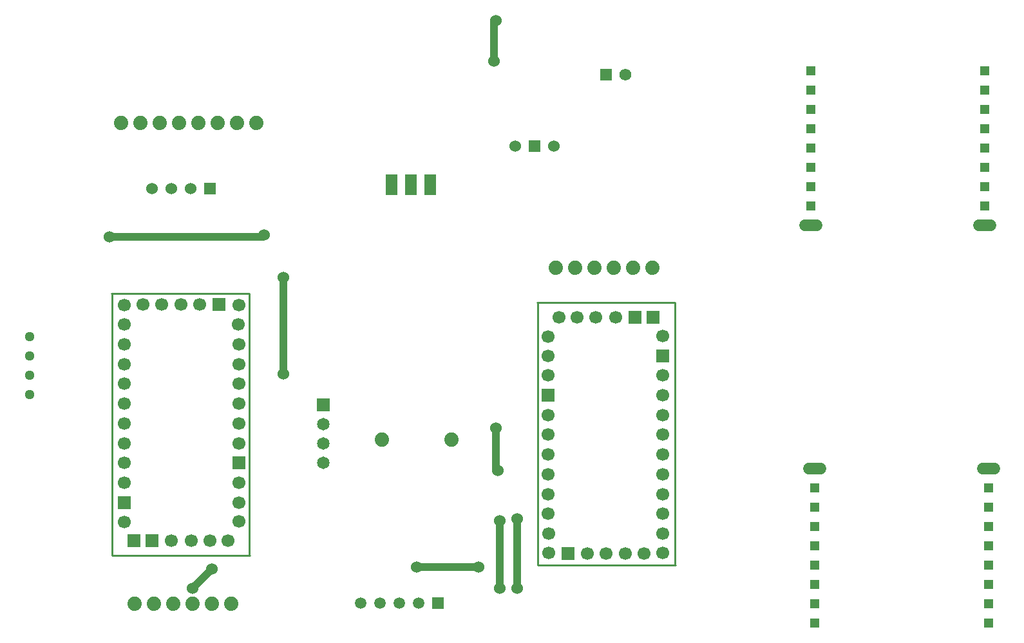
<source format=gtl>
G04 ---------------------------- Layer name :TOP LAYER*
G04 EasyEDA v5.5.12, Wed, 13 Jun 2018 18:03:35 GMT*
G04 4f5264131ad04cbc883cc3dc534661a7*
G04 Gerber Generator version 0.2*
G04 Scale: 100 percent, Rotated: No, Reflected: No *
G04 Dimensions in millimeters *
G04 leading zeros omitted , absolute positions ,3 integer and 3 decimal *
%FSLAX33Y33*%
%MOMM*%
G90*
G71D02*

%ADD10C,0.254000*%
%ADD11C,0.999998*%
%ADD12C,1.524000*%
%ADD13C,1.699997*%
%ADD14R,1.699997X1.699997*%
%ADD15C,1.879600*%
%ADD16C,1.498600*%
%ADD17R,1.498600X1.498600*%
%ADD18R,1.524000X1.524000*%
%ADD19R,1.651000X1.651000*%
%ADD20C,1.651000*%
%ADD21C,1.880108*%
%ADD22C,1.295400*%
%ADD23R,1.198880X1.198880*%
%ADD24R,1.574800X1.574800*%
%ADD25C,1.574800*%
%ADD26R,1.516380X2.730500*%

%LPD*%
G54D11*
G01X19050Y60452D02*
G01X39116Y60452D01*
G01X39370Y60706D01*
G01X41910Y55118D02*
G01X41910Y42418D01*
G01X59436Y17018D02*
G01X67564Y17018D01*
G01X72644Y14224D02*
G01X72644Y23368D01*
G01X70358Y23114D02*
G01X70358Y14224D01*
G01X69850Y35306D02*
G01X69850Y29972D01*
G01X70104Y29718D01*
G01X69596Y83566D02*
G01X69596Y88646D01*
G01X69850Y88900D01*
G01X29972Y14224D02*
G01X32512Y16764D01*
G54D10*
G01X19337Y53050D02*
G01X37429Y53050D01*
G01X19428Y18549D02*
G01X37520Y18549D01*
G01X37429Y53050D02*
G01X37429Y18549D01*
G01X19428Y53050D02*
G01X19428Y18549D01*
G01X93438Y17307D02*
G01X75346Y17307D01*
G01X93347Y51808D02*
G01X75255Y51808D01*
G01X75346Y17307D02*
G01X75346Y51808D01*
G01X93347Y17307D02*
G01X93347Y51808D01*
G54D12*
G01X19050Y60452D03*
G01X39370Y60706D03*
G01X41910Y55118D03*
G01X41910Y42418D03*
G01X59436Y17018D03*
G01X67564Y17018D03*
G01X72644Y23368D03*
G01X72644Y14224D03*
G01X70358Y14224D03*
G01X70358Y23114D03*
G01X70104Y29718D03*
G01X69850Y35306D03*
G01X69596Y83566D03*
G01X69850Y88900D03*
G01X32512Y16764D03*
G01X29972Y14224D03*
G54D13*
G01X20967Y22920D03*
G54D14*
G01X20967Y25521D03*
G54D13*
G01X20967Y28120D03*
G01X20967Y30721D03*
G01X20967Y33319D03*
G01X20967Y35920D03*
G01X20967Y38519D03*
G01X20967Y41120D03*
G01X20967Y43721D03*
G01X20967Y46319D03*
G01X20967Y48920D03*
G01X21026Y51468D03*
G01X36027Y51465D03*
G01X35968Y48920D03*
G01X36068Y46319D03*
G01X36068Y43721D03*
G01X36068Y41120D03*
G01X36068Y38519D03*
G01X36068Y35920D03*
G01X36068Y33319D03*
G54D14*
G01X36068Y30721D03*
G54D13*
G01X36068Y28120D03*
G01X36068Y25519D03*
G01X36068Y23020D03*
G01X28432Y51549D03*
G01X25935Y51549D03*
G01X23434Y51549D03*
G01X30934Y51549D03*
G54D14*
G01X33436Y51554D03*
G54D13*
G01X29768Y20520D03*
G01X27167Y20520D03*
G54D14*
G01X24668Y20520D03*
G54D13*
G01X32268Y20520D03*
G01X34668Y20520D03*
G54D14*
G01X22268Y20520D03*
G54D15*
G01X23114Y75438D03*
G01X25654Y75438D03*
G01X28194Y75438D03*
G01X30734Y75438D03*
G01X20574Y75438D03*
G01X33274Y75438D03*
G01X35814Y75438D03*
G01X38354Y75438D03*
G54D16*
G01X52070Y12319D03*
G01X54610Y12319D03*
G01X57150Y12319D03*
G01X59690Y12319D03*
G54D17*
G01X62230Y12319D03*
G54D12*
G01X24638Y66802D03*
G01X27178Y66802D03*
G01X29718Y66802D03*
G54D18*
G01X32258Y66802D03*
G54D19*
G01X47167Y38354D03*
G54D20*
G01X47167Y35814D03*
G01X47167Y33274D03*
G01X47167Y30734D03*
G54D13*
G01X91808Y47437D03*
G54D14*
G01X91808Y44836D03*
G54D13*
G01X91808Y42237D03*
G01X91808Y39636D03*
G01X91808Y37038D03*
G01X91808Y34437D03*
G01X91808Y31838D03*
G01X91808Y29237D03*
G01X91808Y26636D03*
G01X91808Y24038D03*
G01X91808Y21437D03*
G01X91749Y18889D03*
G01X76748Y18892D03*
G01X76807Y21437D03*
G01X76708Y24038D03*
G01X76708Y26636D03*
G01X76708Y29237D03*
G01X76708Y31838D03*
G01X76708Y34437D03*
G01X76708Y37038D03*
G54D14*
G01X76708Y39636D03*
G54D13*
G01X76708Y42237D03*
G01X76708Y44838D03*
G01X76708Y47337D03*
G01X84343Y18808D03*
G01X86840Y18808D03*
G01X89341Y18808D03*
G01X81841Y18808D03*
G54D14*
G01X79339Y18803D03*
G54D13*
G01X83007Y49837D03*
G01X85608Y49837D03*
G54D14*
G01X88107Y49837D03*
G54D13*
G01X80507Y49837D03*
G01X78107Y49837D03*
G54D14*
G01X90507Y49837D03*
G54D21*
G01X54864Y33782D03*
G01X64008Y33782D03*
G54D22*
G01X8509Y47371D03*
G01X8509Y44831D03*
G01X8509Y42291D03*
G01X8509Y39751D03*
G54D23*
G01X111760Y9652D03*
G01X111760Y12192D03*
G01X111760Y14732D03*
G01X111760Y17272D03*
G01X111760Y19812D03*
G01X111760Y22352D03*
G01X111760Y24892D03*
G01X111760Y27432D03*
G01X134620Y9652D03*
G01X134620Y12192D03*
G01X134620Y14732D03*
G01X134620Y17272D03*
G01X134620Y19812D03*
G01X134620Y22352D03*
G01X134620Y24892D03*
G01X134620Y27432D03*
G01X134112Y82296D03*
G01X134112Y79756D03*
G01X134112Y77216D03*
G01X134112Y74676D03*
G01X134112Y72136D03*
G01X134112Y69596D03*
G01X134112Y67056D03*
G01X134112Y64516D03*
G01X111252Y82296D03*
G01X111252Y79756D03*
G01X111252Y77216D03*
G01X111252Y74676D03*
G01X111252Y72136D03*
G01X111252Y69596D03*
G01X111252Y67056D03*
G01X111252Y64516D03*
G54D15*
G01X77724Y56388D03*
G01X80264Y56388D03*
G01X82804Y56388D03*
G01X85344Y56388D03*
G01X87884Y56388D03*
G01X90424Y56388D03*
G01X35052Y12192D03*
G01X32512Y12192D03*
G01X29972Y12192D03*
G01X27432Y12192D03*
G01X24892Y12192D03*
G01X22352Y12192D03*
G54D24*
G01X84328Y81788D03*
G54D25*
G01X86868Y81788D03*
G54D12*
G01X72390Y72390D03*
G54D18*
G01X74930Y72390D03*
G54D12*
G01X77470Y72390D03*
G54D26*
G01X56135Y67308D03*
G01X58675Y67308D03*
G01X61215Y67308D03*
G54D12*
G01X111022Y29972D02*
G01X112497Y29972D01*
G01X133882Y29972D02*
G01X135357Y29972D01*
G01X134849Y61976D02*
G01X133374Y61976D01*
G01X111989Y61976D02*
G01X110514Y61976D01*
M00*
M02*

</source>
